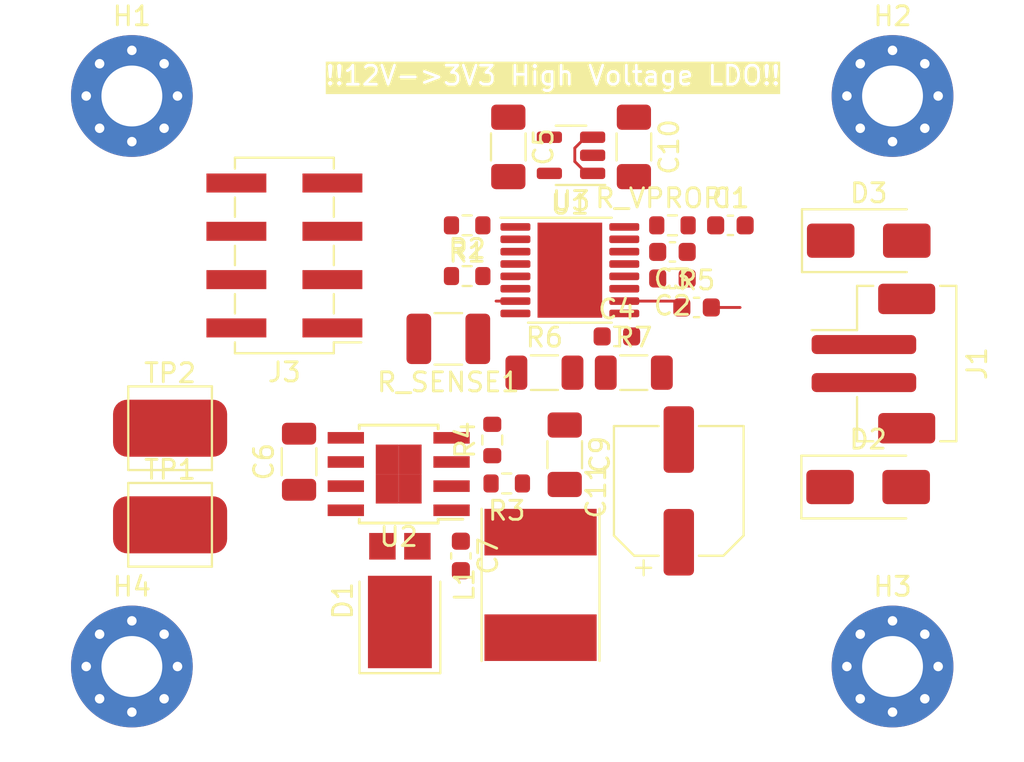
<source format=kicad_pcb>
(kicad_pcb (version 20221018) (generator pcbnew)
  (layers (0 "F.Cu" signal) (31 "B.Cu" signal) (34 "B.Paste" user) (35 "F.Paste" user) (36 "B.SilkS" user "B.Silkscreen") (37 "F.SilkS" user "F.Silkscreen") (38 "B.Mask" user) (39 "F.Mask" user) (44 "Edge.Cuts" user))
  (net 0 "")
  (net 1 "/VPROPI")
  (net 2 "GND")
  (net 3 "Net-(U1-CP1)")
  (net 4 "Net-(U1-CP2)")
  (net 5 "+12V")
  (net 6 "Net-(U1-VCP)")
  (net 7 "+24V")
  (net 8 "Net-(U2-BOOT)")
  (net 9 "Net-(D1-K)")
  (net 10 "+3V3")
  (net 11 "/MOTOR+")
  (net 12 "/MOTOR-")
  (net 17 "/PHASE_CTRL")
  (net 18 "/MOTOR_RUN")
  (net 19 "/NFAULT")
  (net 20 "Net-(U1-~{SLEEP})")
  (net 21 "/DCDC_VSENSE")
  (net 22 "Net-(U1-SENSE)")
  (net 23 "Net-(U1-VPROPI)")
  (net 27 "Net-(U1-OUT-)")
  (net 28 "Net-(U1-OUT+)")
  (net 29 "Net-(R6-Pad2)")
  (footprint "Connector_PinHeader_2.54mm:PinHeader_2x04_P2.54mm_Vertical_SMD" (layer "F.Cu") (at 213.020622 68.385798 180)
    (fp_text reference "J3" (at 0 -6.14) (layer "F.SilkS"))
    (fp_text value "Conn_02x04_Odd_Even")
    (fp_line (start -4.04 -4.57) (end -2.6 -4.57) (stroke (width 0.12)) (layer "F.SilkS"))
    (fp_line (start -2.6 -5.14) (end -2.6 -4.57) (stroke (width 0.12)) (layer "F.SilkS"))
    (fp_line (start -2.6 -5.14) (end 2.6 -5.14) (stroke (width 0.12)) (layer "F.SilkS"))
    (fp_line (start -2.6 -3.05) (end -2.6 -2.03) (stroke (width 0.12)) (layer "F.SilkS"))
    (fp_line (start -2.6 -0.51) (end -2.6 0.51) (stroke (width 0.12)) (layer "F.SilkS"))
    (fp_line (start -2.6 2.03) (end -2.6 3.05) (stroke (width 0.12)) (layer "F.SilkS"))
    (fp_line (start -2.6 4.57) (end -2.6 5.14) (stroke (width 0.12)) (layer "F.SilkS"))
    (fp_line (start -2.6 5.14) (end 2.6 5.14) (stroke (width 0.12)) (layer "F.SilkS"))
    (fp_line (start 2.6 -5.14) (end 2.6 -4.57) (stroke (width 0.12)) (layer "F.SilkS"))
    (fp_line (start 2.6 -3.05) (end 2.6 -2.03) (stroke (width 0.12)) (layer "F.SilkS"))
    (fp_line (start 2.6 -0.51) (end 2.6 0.51) (stroke (width 0.12)) (layer "F.SilkS"))
    (fp_line (start 2.6 2.03) (end 2.6 3.05) (stroke (width 0.12)) (layer "F.SilkS"))
    (fp_line (start 2.6 4.57) (end 2.6 5.14) (stroke (width 0.12)) (layer "F.SilkS"))
    (pad "1" smd rect (at -2.525 -3.81 180) (size 3.15 1) (layers "F.Cu" "F.Paste" "F.Mask") (net 18 "/MOTOR_RUN"))
    (pad "2" smd rect (at 2.525 -3.81 180) (size 3.15 1) (layers "F.Cu" "F.Paste" "F.Mask") (net 2 "GND"))
    (pad "3" smd rect (at -2.525 -1.27 180) (size 3.15 1) (layers "F.Cu" "F.Paste" "F.Mask") (net 1 "/VPROPI"))
    (pad "4" smd rect (at 2.525 -1.27 180) (size 3.15 1) (layers "F.Cu" "F.Paste" "F.Mask") (net 2 "GND"))
    (pad "5" smd rect (at -2.525 1.27 180) (size 3.15 1) (layers "F.Cu" "F.Paste" "F.Mask") (net 17 "/PHASE_CTRL"))
    (pad "6" smd rect (at 2.525 1.27 180) (size 3.15 1) (layers "F.Cu" "F.Paste" "F.Mask") (net 2 "GND"))
    (pad "7" smd rect (at -2.525 3.81 180) (size 3.15 1) (layers "F.Cu" "F.Paste" "F.Mask") (net 19 "/NFAULT"))
    (pad "8" smd rect (at 2.525 3.81 180) (size 3.15 1) (layers "F.Cu" "F.Paste" "F.Mask") (net 2 "GND"))
  )
  (footprint "Capacitor_SMD:C_1206_3216Metric" (layer "F.Cu") (at 231.394 74.549)
    (fp_text reference "R7" (at 0 -1.85) (layer "F.SilkS"))
    (fp_text value "0R 1A")
    (fp_line (start -0.711252 -0.91) (end 0.711252 -0.91) (stroke (width 0.12)) (layer "F.SilkS"))
    (fp_line (start -0.711252 0.91) (end 0.711252 0.91) (stroke (width 0.12)) (layer "F.SilkS"))
    (pad "1" smd roundrect (at -1.475 0) (size 1.15 1.8) (layers "F.Cu" "F.Paste" "F.Mask") (roundrect_rratio 0.217391) (net 29 "Net-(R6-Pad2)"))
    (pad "2" smd roundrect (at 1.475 0) (size 1.15 1.8) (layers "F.Cu" "F.Paste" "F.Mask") (roundrect_rratio 0.217391) (net 11 "/MOTOR+"))
  )
  (footprint "Connector_JST:JST_PH_B2B-PH-SM4-TB_1x02-1MP_P2.00mm_Vertical" (layer "F.Cu") (at 243.995 74.07 -90)
    (fp_text reference "J1" (at 0 -5.45 90) (layer "F.SilkS"))
    (fp_text value "Conn_01x02")
    (fp_line (start -4.085 -4.36) (end 4.085 -4.36) (stroke (width 0.12)) (layer "F.SilkS"))
    (fp_line (start -4.085 -3.51) (end -4.085 -4.36) (stroke (width 0.12)) (layer "F.SilkS"))
    (fp_line (start -4.085 0.01) (end -4.085 0.86) (stroke (width 0.12)) (layer "F.SilkS"))
    (fp_line (start -4.085 0.86) (end -1.76 0.86) (stroke (width 0.12)) (layer "F.SilkS"))
    (fp_line (start -1.76 0.86) (end -1.76 3.25) (stroke (width 0.12)) (layer "F.SilkS"))
    (fp_line (start 4.085 -4.36) (end 4.085 -3.51) (stroke (width 0.12)) (layer "F.SilkS"))
    (fp_line (start 4.085 0.01) (end 4.085 0.86) (stroke (width 0.12)) (layer "F.SilkS"))
    (fp_line (start 4.085 0.86) (end 1.76 0.86) (stroke (width 0.12)) (layer "F.SilkS"))
    (pad "1" smd roundrect (at -1 0.5 270) (size 1 5.5) (layers "F.Cu" "F.Paste" "F.Mask") (net 12 "/MOTOR-"))
    (pad "2" smd roundrect (at 1 0.5 270) (size 1 5.5) (layers "F.Cu" "F.Paste" "F.Mask") (net 11 "/MOTOR+"))
    (pad "MP" smd roundrect (at -3.4 -1.75 270) (size 1.6 3) (layers "F.Cu" "F.Paste" "F.Mask") (roundrect_rratio 0.15625) (net 2 "GND"))
    (pad "MP" smd roundrect (at 3.4 -1.75 270) (size 1.6 3) (layers "F.Cu" "F.Paste" "F.Mask") (roundrect_rratio 0.15625) (net 2 "GND"))
  )
  (footprint "Package_SO:TI_SO-PowerPAD-8" (layer "F.Cu") (at 219.030821 79.880702 180)
    (fp_text reference "U2" (at 0 -3.3) (layer "F.SilkS"))
    (fp_text value "TPS5430DDA")
    (fp_line (start -2.075 -2.575) (end -2.075 -2.375) (stroke (width 0.15)) (layer "F.SilkS"))
    (fp_line (start -2.075 -2.575) (end 2.075 -2.575) (stroke (width 0.15)) (layer "F.SilkS"))
    (fp_line (start -2.075 -2.375) (end -3.375 -2.375) (stroke (width 0.15)) (layer "F.SilkS"))
    (fp_line (start -2.075 2.575) (end -2.075 2.375) (stroke (width 0.15)) (layer "F.SilkS"))
    (fp_line (start -2.075 2.575) (end 2.075 2.575) (stroke (width 0.15)) (layer "F.SilkS"))
    (fp_line (start 2.075 -2.575) (end 2.075 -2.375) (stroke (width 0.15)) (layer "F.SilkS"))
    (fp_line (start 2.075 2.575) (end 2.075 2.375) (stroke (width 0.15)) (layer "F.SilkS"))
    (pad "1" smd rect (at -2.78 -1.905 180) (size 1.91 0.61) (layers "F.Cu" "F.Paste" "F.Mask") (net 8 "Net-(U2-BOOT)"))
    (pad "2" smd rect (at -2.78 -0.635 180) (size 1.91 0.61) (layers "F.Cu" "F.Paste" "F.Mask"))
    (pad "3" smd rect (at -2.78 0.635 180) (size 1.91 0.61) (layers "F.Cu" "F.Paste" "F.Mask"))
    (pad "4" smd rect (at -2.78 1.905 180) (size 1.91 0.61) (layers "F.Cu" "F.Paste" "F.Mask") (net 21 "/DCDC_VSENSE"))
    (pad "5" smd rect (at 2.78 1.905 180) (size 1.91 0.61) (layers "F.Cu" "F.Paste" "F.Mask"))
    (pad "6" smd rect (at 2.78 0.635 180) (size 1.91 0.61) (layers "F.Cu" "F.Paste" "F.Mask") (net 2 "GND"))
    (pad "7" smd rect (at 2.78 -0.635 180) (size 1.91 0.61) (layers "F.Cu" "F.Paste" "F.Mask") (net 7 "+24V"))
    (pad "8" smd rect (at 2.78 -1.905 180) (size 1.91 0.61) (layers "F.Cu" "F.Paste" "F.Mask") (net 9 "Net-(D1-K)"))
    (pad "9" smd rect (at -0.6025 -0.775 180) (size 1.205 1.55) (layers "F.Cu" "F.Paste" "F.Mask") (net 2 "GND"))
    (pad "9" smd rect (at -0.6025 0.775 180) (size 1.205 1.55) (layers "F.Cu" "F.Paste" "F.Mask") (net 2 "GND"))
    (pad "9" smd rect (at 0.6025 -0.775 180) (size 1.205 1.55) (layers "F.Cu" "F.Paste" "F.Mask") (net 2 "GND"))
    (pad "9" smd rect (at 0.6025 0.775 180) (size 1.205 1.55) (layers "F.Cu" "F.Paste" "F.Mask") (net 2 "GND"))
  )
  (footprint "Diode_SMD:D_PowerDI-5" (layer "F.Cu") (at 219.094321 86.539702 90)
    (fp_text reference "D1" (at 0 -3 90) (layer "F.SilkS"))
    (fp_text value "D_Schottky")
    (fp_line (start -3.81 2.125) (end -3.81 -2.125) (stroke (width 0.12)) (layer "F.SilkS"))
    (fp_line (start -3.81 2.125) (end 1 2.125) (stroke (width 0.12)) (layer "F.SilkS"))
    (fp_line (start 1 -2.125) (end -3.81 -2.125) (stroke (width 0.12)) (layer "F.SilkS"))
    (pad "1" smd rect (at -1.12 0 270) (size 4.86 3.36) (layers "F.Cu" "F.Paste" "F.Mask") (net 9 "Net-(D1-K)"))
    (pad "2" smd rect (at 2.862 -0.92 270) (size 1.4 1.39) (layers "F.Cu" "F.Paste" "F.Mask") (net 2 "GND"))
    (pad "2" smd rect (at 2.862 0.92 270) (size 1.4 1.39) (layers "F.Cu" "F.Paste" "F.Mask") (net 2 "GND"))
  )
  (footprint "Diode_SMD:D_SMA" (layer "F.Cu") (at 243.749 67.609)
    (fp_text reference "D3" (at 0 -2.5) (layer "F.SilkS"))
    (fp_text value "SS34")
    (fp_line (start -3.51 -1.65) (end -3.51 1.65) (stroke (width 0.12)) (layer "F.SilkS"))
    (fp_line (start -3.51 -1.65) (end 2 -1.65) (stroke (width 0.12)) (layer "F.SilkS"))
    (fp_line (start -3.51 1.65) (end 2 1.65) (stroke (width 0.12)) (layer "F.SilkS"))
    (pad "1" smd roundrect (at -2 0) (size 2.5 1.8) (layers "F.Cu" "F.Paste" "F.Mask") (roundrect_rratio 0.1388888889) (net 12 "/MOTOR-"))
    (pad "2" smd roundrect (at 2 0) (size 2.5 1.8) (layers "F.Cu" "F.Paste" "F.Mask") (roundrect_rratio 0.1388888889) (net 2 "GND"))
  )
  (footprint "MountingHole:MountingHole_3.2mm_M3_Pad_Via" (layer "F.Cu") (at 205 90)
    (fp_text reference "H4" (at 0 -4.2) (layer "F.SilkS"))
    (fp_text value "MountingHole_Pad")
    (pad "1" thru_hole circle (at -2.4 0) (size 0.8 0.8) (drill 0.5) (layers "*.Cu" "*.Mask"))
    (pad "1" thru_hole circle (at -1.697056 -1.697056) (size 0.8 0.8) (drill 0.5) (layers "*.Cu" "*.Mask"))
    (pad "1" thru_hole circle (at -1.697056 1.697056) (size 0.8 0.8) (drill 0.5) (layers "*.Cu" "*.Mask"))
    (pad "1" thru_hole circle (at 0 -2.4) (size 0.8 0.8) (drill 0.5) (layers "*.Cu" "*.Mask"))
    (pad "1" thru_hole circle (at 0 0) (size 6.4 6.4) (drill 3.2) (layers "*.Cu" "*.Mask"))
    (pad "1" thru_hole circle (at 0 2.4) (size 0.8 0.8) (drill 0.5) (layers "*.Cu" "*.Mask"))
    (pad "1" thru_hole circle (at 1.697056 -1.697056) (size 0.8 0.8) (drill 0.5) (layers "*.Cu" "*.Mask"))
    (pad "1" thru_hole circle (at 1.697056 1.697056) (size 0.8 0.8) (drill 0.5) (layers "*.Cu" "*.Mask"))
    (pad "1" thru_hole circle (at 2.4 0) (size 0.8 0.8) (drill 0.5) (layers "*.Cu" "*.Mask"))
  )
  (footprint "Resistor_SMD:R_0603_1608Metric" (layer "F.Cu") (at 222.631 69.469)
    (fp_text reference "R2" (at 0 -1.43) (layer "F.SilkS"))
    (fp_text value "0")
    (fp_line (start -0.237258 -0.5225) (end 0.237258 -0.5225) (stroke (width 0.12)) (layer "F.SilkS"))
    (fp_line (start -0.237258 0.5225) (end 0.237258 0.5225) (stroke (width 0.12)) (layer "F.SilkS"))
    (pad "1" smd roundrect (at -0.825 0) (size 0.8 0.95) (layers "F.Cu" "F.Paste" "F.Mask") (net 10 "+3V3"))
    (pad "2" smd roundrect (at 0.825 0) (size 0.8 0.95) (layers "F.Cu" "F.Paste" "F.Mask") (net 20 "Net-(U1-~{SLEEP})"))
  )
  (footprint "Package_TO_SOT_SMD:SOT-23-5" (layer "F.Cu") (at 228.092 63.119 180)
    (fp_text reference "U3" (at 0 -2.4) (layer "F.SilkS"))
    (fp_text value "ME6211C33M5")
    (fp_line (start 0 -1.56) (end -1.8 -1.56) (stroke (width 0.12)) (layer "F.SilkS"))
    (fp_line (start 0 -1.56) (end 0.8 -1.56) (stroke (width 0.12)) (layer "F.SilkS"))
    (fp_line (start 0 1.56) (end -0.8 1.56) (stroke (width 0.12)) (layer "F.SilkS"))
    (fp_line (start 0 1.56) (end 0.8 1.56) (stroke (width 0.12)) (layer "F.SilkS"))
    (pad "1" smd roundrect (at -1.1375 -0.95 180) (size 1.325 0.6) (layers "F.Cu" "F.Paste" "F.Mask") (net 5 "+12V"))
    (pad "2" smd roundrect (at -1.1375 0 180) (size 1.325 0.6) (layers "F.Cu" "F.Paste" "F.Mask") (net 2 "GND"))
    (pad "3" smd roundrect (at -1.1375 0.95 180) (size 1.325 0.6) (layers "F.Cu" "F.Paste" "F.Mask") (net 5 "+12V"))
    (pad "4" smd roundrect (at 1.1375 0.95 180) (size 1.325 0.6) (layers "F.Cu" "F.Paste" "F.Mask"))
    (pad "5" smd roundrect (at 1.1375 -0.95 180) (size 1.325 0.6) (layers "F.Cu" "F.Paste" "F.Mask") (net 10 "+3V3"))
  )
  (footprint "Capacitor_SMD:C_1206_3216Metric_Pad1.33x1.80mm_HandSolder" (layer "F.Cu") (at 231.3995 62.677 -90)
    (fp_text reference "C10" (at 0 -1.85 90) (layer "F.SilkS"))
    (fp_text value "2.2uF")
    (fp_line (start -0.711252 -0.91) (end 0.711252 -0.91) (stroke (width 0.12)) (layer "F.SilkS"))
    (fp_line (start -0.711252 0.91) (end 0.711252 0.91) (stroke (width 0.12)) (layer "F.SilkS"))
    (pad "1" smd roundrect (at -1.5625 0 270) (size 1.325 1.8) (layers "F.Cu" "F.Paste" "F.Mask") (roundrect_rratio 0.188679) (net 2 "GND"))
    (pad "2" smd roundrect (at 1.5625 0 270) (size 1.325 1.8) (layers "F.Cu" "F.Paste" "F.Mask") (roundrect_rratio 0.188679) (net 5 "+12V"))
  )
  (footprint "Resistor_SMD:R_0603_1608Metric" (layer "F.Cu") (at 222.631 66.802 180)
    (fp_text reference "R1" (at 0 -1.43) (layer "F.SilkS"))
    (fp_text value "4.7K")
    (fp_line (start -0.237258 -0.5225) (end 0.237258 -0.5225) (stroke (width 0.12)) (layer "F.SilkS"))
    (fp_line (start -0.237258 0.5225) (end 0.237258 0.5225) (stroke (width 0.12)) (layer "F.SilkS"))
    (pad "1" smd roundrect (at -0.825 0 180) (size 0.8 0.95) (layers "F.Cu" "F.Paste" "F.Mask") (net 19 "/NFAULT"))
    (pad "2" smd roundrect (at 0.825 0 180) (size 0.8 0.95) (layers "F.Cu" "F.Paste" "F.Mask") (net 10 "+3V3"))
  )
  (footprint "TestPoint:TestPoint_Pad_4.0x4.0mm" (layer "F.Cu") (at 207.01 82.55)
    (fp_text reference "TP1" (at 0 -2.898) (layer "F.SilkS"))
    (fp_text value "PWR_IN+")
    (fp_line (start -2.2 -2.2) (end 2.2 -2.2) (stroke (width 0.12)) (layer "F.SilkS"))
    (fp_line (start -2.2 2.2) (end -2.2 -2.2) (stroke (width 0.12)) (layer "F.SilkS"))
    (fp_line (start 2.2 -2.2) (end 2.2 2.2) (stroke (width 0.12)) (layer "F.SilkS"))
    (fp_line (start 2.2 2.2) (end -2.2 2.2) (stroke (width 0.12)) (layer "F.SilkS"))
    (pad "1" smd roundrect (at 0 0) (size 6 3) (layers "F.Cu" "F.Mask") (net 7 "+24V"))
  )
  (footprint "Resistor_SMD:R_1210_3225Metric_Pad1.30x2.65mm_HandSolder" (layer "F.Cu") (at 221.641 72.771 180)
    (fp_text reference "R_SENSE1" (at 0 -2.28) (layer "F.SilkS"))
    (fp_text value "500mR")
    (fp_line (start -0.723737 -1.355) (end 0.723737 -1.355) (stroke (width 0.12)) (layer "F.SilkS"))
    (fp_line (start -0.723737 1.355) (end 0.723737 1.355) (stroke (width 0.12)) (layer "F.SilkS"))
    (pad "1" smd roundrect (at -1.55 0 180) (size 1.3 2.65) (layers "F.Cu" "F.Paste" "F.Mask") (roundrect_rratio 0.192308) (net 22 "Net-(U1-SENSE)"))
    (pad "2" smd roundrect (at 1.55 0 180) (size 1.3 2.65) (layers "F.Cu" "F.Paste" "F.Mask") (roundrect_rratio 0.192308) (net 2 "GND"))
  )
  (footprint "Capacitor_SMD:C_1206_3216Metric_Pad1.33x1.80mm_HandSolder" (layer "F.Cu") (at 227.761321 78.864702 -90)
    (fp_text reference "C9" (at 0 -1.85 90) (layer "F.SilkS"))
    (fp_text value "2.2uF")
    (fp_line (start -0.711252 -0.91) (end 0.711252 -0.91) (stroke (width 0.12)) (layer "F.SilkS"))
    (fp_line (start -0.711252 0.91) (end 0.711252 0.91) (stroke (width 0.12)) (layer "F.SilkS"))
    (pad "1" smd roundrect (at -1.5625 0 270) (size 1.325 1.8) (layers "F.Cu" "F.Paste" "F.Mask") (roundrect_rratio 0.188679) (net 2 "GND"))
    (pad "2" smd roundrect (at 1.5625 0 270) (size 1.325 1.8) (layers "F.Cu" "F.Paste" "F.Mask") (roundrect_rratio 0.188679) (net 5 "+12V"))
  )
  (footprint "Resistor_SMD:R_0603_1608Metric" (layer "F.Cu") (at 223.951321 78.089702 90)
    (fp_text reference "R4" (at 0 -1.43 90) (layer "F.SilkS"))
    (fp_text value "1.13K")
    (fp_line (start -0.237258 -0.5225) (end 0.237258 -0.5225) (stroke (width 0.12)) (layer "F.SilkS"))
    (fp_line (start -0.237258 0.5225) (end 0.237258 0.5225) (stroke (width 0.12)) (layer "F.SilkS"))
    (pad "1" smd roundrect (at -0.825 0 90) (size 0.8 0.95) (layers "F.Cu" "F.Paste" "F.Mask") (net 21 "/DCDC_VSENSE"))
    (pad "2" smd roundrect (at 0.825 0 90) (size 0.8 0.95) (layers "F.Cu" "F.Paste" "F.Mask") (net 2 "GND"))
  )
  (footprint "Inductor_SMD:L_Taiyo-Yuden_NR-60xx_HandSoldering" (layer "F.Cu") (at 226.491321 85.709702 90)
    (fp_text reference "L1" (at 0 -4 90) (layer "F.SilkS"))
    (fp_text value "33uH")
    (fp_line (start -4 -3.1) (end 4 -3.1) (stroke (width 0.12)) (layer "F.SilkS"))
    (fp_line (start -4 3.1) (end 4 3.1) (stroke (width 0.12)) (layer "F.SilkS"))
    (pad "1" smd rect (at -2.775 0 90) (size 2.45 5.9) (layers "F.Cu" "F.Paste" "F.Mask") (net 9 "Net-(D1-K)"))
    (pad "2" smd rect (at 2.775 0 90) (size 2.45 5.9) (layers "F.Cu" "F.Paste" "F.Mask") (net 5 "+12V"))
  )
  (footprint "MountingHole:MountingHole_3.2mm_M3_Pad_Via" (layer "F.Cu") (at 245 90)
    (fp_text reference "H3" (at 0 -4.2) (layer "F.SilkS"))
    (fp_text value "MountingHole_Pad")
    (pad "1" thru_hole circle (at -2.4 0) (size 0.8 0.8) (drill 0.5) (layers "*.Cu" "*.Mask"))
    (pad "1" thru_hole circle (at -1.697056 -1.697056) (size 0.8 0.8) (drill 0.5) (layers "*.Cu" "*.Mask"))
    (pad "1" thru_hole circle (at -1.697056 1.697056) (size 0.8 0.8) (drill 0.5) (layers "*.Cu" "*.Mask"))
    (pad "1" thru_hole circle (at 0 -2.4) (size 0.8 0.8) (drill 0.5) (layers "*.Cu" "*.Mask"))
    (pad "1" thru_hole circle (at 0 0) (size 6.4 6.4) (drill 3.2) (layers "*.Cu" "*.Mask"))
    (pad "1" thru_hole circle (at 0 2.4) (size 0.8 0.8) (drill 0.5) (layers "*.Cu" "*.Mask"))
    (pad "1" thru_hole circle (at 1.697056 -1.697056) (size 0.8 0.8) (drill 0.5) (layers "*.Cu" "*.Mask"))
    (pad "1" thru_hole circle (at 1.697056 1.697056) (size 0.8 0.8) (drill 0.5) (layers "*.Cu" "*.Mask"))
    (pad "1" thru_hole circle (at 2.4 0) (size 0.8 0.8) (drill 0.5) (layers "*.Cu" "*.Mask"))
  )
  (footprint "Capacitor_SMD:C_1206_3216Metric" (layer "F.Cu") (at 226.695 74.549)
    (fp_text reference "R6" (at 0 -1.85) (layer "F.SilkS"))
    (fp_text value "0R 1A")
    (fp_line (start -0.711252 -0.91) (end 0.711252 -0.91) (stroke (width 0.12)) (layer "F.SilkS"))
    (fp_line (start -0.711252 0.91) (end 0.711252 0.91) (stroke (width 0.12)) (layer "F.SilkS"))
    (pad "1" smd roundrect (at -1.475 0) (size 1.15 1.8) (layers "F.Cu" "F.Paste" "F.Mask") (roundrect_rratio 0.217391) (net 28 "Net-(U1-OUT+)"))
    (pad "2" smd roundrect (at 1.475 0) (size 1.15 1.8) (layers "F.Cu" "F.Paste" "F.Mask") (roundrect_rratio 0.217391) (net 29 "Net-(R6-Pad2)"))
  )
  (footprint "Capacitor_SMD:C_0603_1608Metric" (layer "F.Cu") (at 230.505 72.644)
    (fp_text reference "C4" (at 0 -1.43) (layer "F.SilkS"))
    (fp_text value "100nF 50V")
    (fp_line (start -0.14058 -0.51) (end 0.14058 -0.51) (stroke (width 0.12)) (layer "F.SilkS"))
    (fp_line (start -0.14058 0.51) (end 0.14058 0.51) (stroke (width 0.12)) (layer "F.SilkS"))
    (pad "1" smd roundrect (at -0.775 0) (size 0.9 0.95) (layers "F.Cu" "F.Paste" "F.Mask") (net 2 "GND"))
    (pad "2" smd roundrect (at 0.775 0) (size 0.9 0.95) (layers "F.Cu" "F.Paste" "F.Mask") (net 5 "+12V"))
  )
  (footprint "MountingHole:MountingHole_3.2mm_M3_Pad_Via" (layer "F.Cu") (at 205 60)
    (fp_text reference "H1" (at 0 -4.2) (layer "F.SilkS"))
    (fp_text value "MountingHole_Pad")
    (pad "1" thru_hole circle (at -2.4 0) (size 0.8 0.8) (drill 0.5) (layers "*.Cu" "*.Mask"))
    (pad "1" thru_hole circle (at -1.697056 -1.697056) (size 0.8 0.8) (drill 0.5) (layers "*.Cu" "*.Mask"))
    (pad "1" thru_hole circle (at -1.697056 1.697056) (size 0.8 0.8) (drill 0.5) (layers "*.Cu" "*.Mask"))
    (pad "1" thru_hole circle (at 0 -2.4) (size 0.8 0.8) (drill 0.5) (layers "*.Cu" "*.Mask"))
    (pad "1" thru_hole circle (at 0 0) (size 6.4 6.4) (drill 3.2) (layers "*.Cu" "*.Mask"))
    (pad "1" thru_hole circle (at 0 2.4) (size 0.8 0.8) (drill 0.5) (layers "*.Cu" "*.Mask"))
    (pad "1" thru_hole circle (at 1.697056 -1.697056) (size 0.8 0.8) (drill 0.5) (layers "*.Cu" "*.Mask"))
    (pad "1" thru_hole circle (at 1.697056 1.697056) (size 0.8 0.8) (drill 0.5) (layers "*.Cu" "*.Mask"))
    (pad "1" thru_hole circle (at 2.4 0) (size 0.8 0.8) (drill 0.5) (layers "*.Cu" "*.Mask"))
  )
  (footprint "Diode_SMD:D_SMA" (layer "F.Cu") (at 243.717 80.563)
    (fp_text reference "D2" (at 0 -2.5) (layer "F.SilkS"))
    (fp_text value "SS34")
    (fp_line (start -3.51 -1.65) (end -3.51 1.65) (stroke (width 0.12)) (layer "F.SilkS"))
    (fp_line (start -3.51 -1.65) (end 2 -1.65) (stroke (width 0.12)) (layer "F.SilkS"))
    (fp_line (start -3.51 1.65) (end 2 1.65) (stroke (width 0.12)) (layer "F.SilkS"))
    (pad "1" smd roundrect (at -2 0) (size 2.5 1.8) (layers "F.Cu" "F.Paste" "F.Mask") (roundrect_rratio 0.1388888889) (net 11 "/MOTOR+"))
    (pad "2" smd roundrect (at 2 0) (size 2.5 1.8) (layers "F.Cu" "F.Paste" "F.Mask") (roundrect_rratio 0.1388888889) (net 2 "GND"))
  )
  (footprint "Capacitor_SMD:C_1206_3216Metric_Pad1.33x1.80mm_HandSolder" (layer "F.Cu") (at 224.7955 62.677 -90)
    (fp_text reference "C5" (at 0 -1.85 90) (layer "F.SilkS"))
    (fp_text value "2.2uF")
    (fp_line (start -0.711252 -0.91) (end 0.711252 -0.91) (stroke (width 0.12)) (layer "F.SilkS"))
    (fp_line (start -0.711252 0.91) (end 0.711252 0.91) (stroke (width 0.12)) (layer "F.SilkS"))
    (pad "1" smd roundrect (at -1.5625 0 270) (size 1.325 1.8) (layers "F.Cu" "F.Paste" "F.Mask") (roundrect_rratio 0.188679) (net 2 "GND"))
    (pad "2" smd roundrect (at 1.5625 0 270) (size 1.325 1.8) (layers "F.Cu" "F.Paste" "F.Mask") (roundrect_rratio 0.188679) (net 10 "+3V3"))
  )
  (footprint "MountingHole:MountingHole_3.2mm_M3_Pad_Via" (layer "F.Cu") (at 245 60)
    (fp_text reference "H2" (at 0 -4.2) (layer "F.SilkS"))
    (fp_text value "MountingHole_Pad")
    (pad "1" thru_hole circle (at -2.4 0) (size 0.8 0.8) (drill 0.5) (layers "*.Cu" "*.Mask"))
    (pad "1" thru_hole circle (at -1.697056 -1.697056) (size 0.8 0.8) (drill 0.5) (layers "*.Cu" "*.Mask"))
    (pad "1" thru_hole circle (at -1.697056 1.697056) (size 0.8 0.8) (drill 0.5) (layers "*.Cu" "*.Mask"))
    (pad "1" thru_hole circle (at 0 -2.4) (size 0.8 0.8) (drill 0.5) (layers "*.Cu" "*.Mask"))
    (pad "1" thru_hole circle (at 0 0) (size 6.4 6.4) (drill 3.2) (layers "*.Cu" "*.Mask"))
    (pad "1" thru_hole circle (at 0 2.4) (size 0.8 0.8) (drill 0.5) (layers "*.Cu" "*.Mask"))
    (pad "1" thru_hole circle (at 1.697056 -1.697056) (size 0.8 0.8) (drill 0.5) (layers "*.Cu" "*.Mask"))
    (pad "1" thru_hole circle (at 1.697056 1.697056) (size 0.8 0.8) (drill 0.5) (layers "*.Cu" "*.Mask"))
    (pad "1" thru_hole circle (at 2.4 0) (size 0.8 0.8) (drill 0.5) (layers "*.Cu" "*.Mask"))
  )
  (footprint "Capacitor_SMD:CP_Elec_6.3x7.7" (layer "F.Cu") (at 233.759968 80.766208 90)
    (fp_text reference "C11" (at 0 -4.35 90) (layer "F.SilkS"))
    (fp_text value "100uF 25V")
    (fp_line (start -4.4375 -1.8475) (end -3.65 -1.8475) (stroke (width 0.12)) (layer "F.SilkS"))
    (fp_line (start -4.04375 -2.24125) (end -4.04375 -1.45375) (stroke (width 0.12)) (layer "F.SilkS"))
    (fp_line (start -3.41 -2.345563) (end -3.41 -1.06) (stroke (width 0.12)) (layer "F.SilkS"))
    (fp_line (start -3.41 -2.345563) (end -2.345563 -3.41) (stroke (width 0.12)) (layer "F.SilkS"))
    (fp_line (start -3.41 2.345563) (end -3.41 1.06) (stroke (width 0.12)) (layer "F.SilkS"))
    (fp_line (start -3.41 2.345563) (end -2.345563 3.41) (stroke (width 0.12)) (layer "F.SilkS"))
    (fp_line (start -2.345563 -3.41) (end 3.41 -3.41) (stroke (width 0.12)) (layer "F.SilkS"))
    (fp_line (start -2.345563 3.41) (end 3.41 3.41) (stroke (width 0.12)) (layer "F.SilkS"))
    (fp_line (start 3.41 -3.41) (end 3.41 -1.06) (stroke (width 0.12)) (layer "F.SilkS"))
    (fp_line (start 3.41 3.41) (end 3.41 1.06) (stroke (width 0.12)) (layer "F.SilkS"))
    (pad "1" smd roundrect (at -2.7 0 90) (size 3.5 1.6) (layers "F.Cu" "F.Paste" "F.Mask") (roundrect_rratio 0.15625) (net 5 "+12V"))
    (pad "2" smd roundrect (at 2.7 0 90) (size 3.5 1.6) (layers "F.Cu" "F.Paste" "F.Mask") (roundrect_rratio 0.15625) (net 2 "GND"))
  )
  (footprint "Capacitor_SMD:C_0603_1608Metric" (layer "F.Cu") (at 233.426 68.199 180)
    (fp_text reference "C3" (at 0 -1.43) (layer "F.SilkS"))
    (fp_text value "100nF 50V")
    (fp_line (start -0.14058 -0.51) (end 0.14058 -0.51) (stroke (width 0.12)) (layer "F.SilkS"))
    (fp_line (start -0.14058 0.51) (end 0.14058 0.51) (stroke (width 0.12)) (layer "F.SilkS"))
    (pad "1" smd roundrect (at -0.775 0 180) (size 0.9 0.95) (layers "F.Cu" "F.Paste" "F.Mask") (net 5 "+12V"))
    (pad "2" smd roundrect (at 0.775 0 180) (size 0.9 0.95) (layers "F.Cu" "F.Paste" "F.Mask") (net 6 "Net-(U1-VCP)"))
  )
  (footprint "Package_SO:HTSSOP-16-1EP_4.4x5mm_P0.65mm_EP3.4x5mm_Mask2.46x2.31mm" (layer "F.Cu") (at 228.032 69.16)
    (fp_text reference "U1" (at 0 -3.45) (layer "F.SilkS"))
    (fp_text value "DRV8801PWP")
    (fp_line (start 0 -2.76) (end -3.65 -2.76) (stroke (width 0.12)) (layer "F.SilkS"))
    (fp_line (start 0 -2.76) (end 2.2 -2.76) (stroke (width 0.12)) (layer "F.SilkS"))
    (fp_line (start 0 2.76) (end -2.2 2.76) (stroke (width 0.12)) (layer "F.SilkS"))
    (fp_line (start 0 2.76) (end 2.2 2.76) (stroke (width 0.12)) (layer "F.SilkS"))
    (pad "1" smd roundrect (at -2.8625 -2.275) (size 1.575 0.4) (layers "F.Cu" "F.Paste" "F.Mask") (net 19 "/NFAULT"))
    (pad "2" smd roundrect (at -2.8625 -1.625) (size 1.575 0.4) (layers "F.Cu" "F.Paste" "F.Mask") (net 10 "+3V3"))
    (pad "3" smd roundrect (at -2.8625 -0.975) (size 1.575 0.4) (layers "F.Cu" "F.Paste" "F.Mask") (net 17 "/PHASE_CTRL"))
    (pad "4" smd roundrect (at -2.8625 -0.325) (size 1.575 0.4) (layers "F.Cu" "F.Paste" "F.Mask") (net 2 "GND"))
    (pad "5" smd roundrect (at -2.8625 0.325) (size 1.575 0.4) (layers "F.Cu" "F.Paste" "F.Mask") (net 20 "Net-(U1-~{SLEEP})"))
    (pad "6" smd roundrect (at -2.8625 0.975) (size 1.575 0.4) (layers "F.Cu" "F.Paste" "F.Mask") (net 18 "/MOTOR_RUN"))
    (pad "7" smd roundrect (at -2.8625 1.625) (size 1.575 0.4) (layers "F.Cu" "F.Paste" "F.Mask") (net 28 "Net-(U1-OUT+)"))
    (pad "8" smd roundrect (at -2.8625 2.275) (size 1.575 0.4) (layers "F.Cu" "F.Paste" "F.Mask") (net 22 "Net-(U1-SENSE)"))
    (pad "9" smd roundrect (at 2.8625 2.275) (size 1.575 0.4) (layers "F.Cu" "F.Paste" "F.Mask") (net 5 "+12V"))
    (pad "10" smd roundrect (at 2.8625 1.625) (size 1.575 0.4) (layers "F.Cu" "F.Paste" "F.Mask") (net 27 "Net-(U1-OUT-)"))
    (pad "11" smd roundrect (at 2.8625 0.975) (size 1.575 0.4) (layers "F.Cu" "F.Paste" "F.Mask") (net 3 "Net-(U1-CP1)"))
    (pad "12" smd roundrect (at 2.8625 0.325) (size 1.575 0.4) (layers "F.Cu" "F.Paste" "F.Mask") (net 4 "Net-(U1-CP2)"))
    (pad "13" smd roundrect (at 2.8625 -0.325) (size 1.575 0.4) (layers "F.Cu" "F.Paste" "F.Mask") (net 2 "GND"))
    (pad "14" smd roundrect (at 2.8625 -0.975) (size 1.575 0.4) (layers "F.Cu" "F.Paste" "F.Mask") (net 6 "Net-(U1-VCP)"))
    (pad "15" smd roundrect (at 2.8625 -1.625) (size 1.575 0.4) (layers "F.Cu" "F.Paste" "F.Mask") (net 23 "Net-(U1-VPROPI)"))
    (pad "16" smd roundrect (at 2.8625 -2.275) (size 1.575 0.4) (layers "F.Cu" "F.Paste" "F.Mask") (net 2 "GND"))
    (pad "17" smd rect (at 0 0) (size 3.4 5) (layers "F.Cu") (net 2 "GND"))
  )
  (footprint "Resistor_SMD:R_0603_1608Metric" (layer "F.Cu") (at 224.713321 80.375702 180)
    (fp_text reference "R3" (at 0 -1.43) (layer "F.SilkS"))
    (fp_text value "10K")
    (fp_line (start -0.237258 -0.5225) (end 0.237258 -0.5225) (stroke (width 0.12)) (layer "F.SilkS"))
    (fp_line (start -0.237258 0.5225) (end 0.237258 0.5225) (stroke (width 0.12)) (layer "F.SilkS"))
    (pad "1" smd roundrect (at -0.825 0 180) (size 0.8 0.95) (layers "F.Cu" "F.Paste" "F.Mask") (net 5 "+12V"))
    (pad "2" smd roundrect (at 0.825 0 180) (size 0.8 0.95) (layers "F.Cu" "F.Paste" "F.Mask") (net 21 "/DCDC_VSENSE"))
  )
  (footprint "Capacitor_SMD:C_0603_1608Metric" (layer "F.Cu") (at 234.696 71.12)
    (fp_text reference "R5" (at 0 -1.43) (layer "F.SilkS"))
    (fp_text value "0R 1A")
    (fp_line (start -0.14058 -0.51) (end 0.14058 -0.51) (stroke (width 0.12)) (layer "F.SilkS"))
    (fp_line (start -0.14058 0.51) (end 0.14058 0.51) (stroke (width 0.12)) (layer "F.SilkS"))
    (pad "1" smd roundrect (at -0.775 0) (size 0.9 0.95) (layers "F.Cu" "F.Paste" "F.Mask") (net 27 "Net-(U1-OUT-)"))
    (pad "2" smd roundrect (at 0.775 0) (size 0.9 0.95) (layers "F.Cu" "F.Paste" "F.Mask") (net 12 "/MOTOR-"))
  )
  (footprint "TestPoint:TestPoint_Pad_4.0x4.0mm" (layer "F.Cu") (at 207.01 77.47)
    (fp_text reference "TP2" (at 0 -2.898) (layer "F.SilkS"))
    (fp_text value "PWR_IN-")
    (fp_line (start -2.2 -2.2) (end 2.2 -2.2) (stroke (width 0.12)) (layer "F.SilkS"))
    (fp_line (start -2.2 2.2) (end -2.2 -2.2) (stroke (width 0.12)) (layer "F.SilkS"))
    (fp_line (start 2.2 -2.2) (end 2.2 2.2) (stroke (width 0.12)) (layer "F.SilkS"))
    (fp_line (start 2.2 2.2) (end -2.2 2.2) (stroke (width 0.12)) (layer "F.SilkS"))
    (pad "1" smd roundrect (at 0 0) (size 6 3) (layers "F.Cu" "F.Mask") (net 2 "GND"))
  )
  (footprint "Capacitor_SMD:C_0603_1608Metric" (layer "F.Cu") (at 233.426 69.596 180)
    (fp_text reference "C2" (at 0 -1.43) (layer "F.SilkS"))
    (fp_text value "100nF 50V")
    (fp_line (start -0.14058 -0.51) (end 0.14058 -0.51) (stroke (width 0.12)) (layer "F.SilkS"))
    (fp_line (start -0.14058 0.51) (end 0.14058 0.51) (stroke (width 0.12)) (layer "F.SilkS"))
    (pad "1" smd roundrect (at -0.775 0 180) (size 0.9 0.95) (layers "F.Cu" "F.Paste" "F.Mask") (net 3 "Net-(U1-CP1)"))
    (pad "2" smd roundrect (at 0.775 0 180) (size 0.9 0.95) (layers "F.Cu" "F.Paste" "F.Mask") (net 4 "Net-(U1-CP2)"))
  )
  (footprint "Capacitor_SMD:C_0603_1608Metric" (layer "F.Cu") (at 222.300321 84.185702 -90)
    (fp_text reference "C7" (at 0 -1.43 90) (layer "F.SilkS"))
    (fp_text value "10nF")
    (fp_line (start -0.14058 -0.51) (end 0.14058 -0.51) (stroke (width 0.12)) (layer "F.SilkS"))
    (fp_line (start -0.14058 0.51) (end 0.14058 0.51) (stroke (width 0.12)) (layer "F.SilkS"))
    (pad "1" smd roundrect (at -0.775 0 270) (size 0.9 0.95) (layers "F.Cu" "F.Paste" "F.Mask") (net 8 "Net-(U2-BOOT)"))
    (pad "2" smd roundrect (at 0.775 0 270) (size 0.9 0.95) (layers "F.Cu" "F.Paste" "F.Mask") (net 9 "Net-(D1-K)"))
  )
  (footprint "Resistor_SMD:R_0603_1608Metric" (layer "F.Cu") (at 233.426 66.802)
    (fp_text reference "R_VPROPI1" (at 0 -1.43) (layer "F.SilkS"))
    (fp_text value "100K")
    (fp_line (start -0.237258 -0.5225) (end 0.237258 -0.5225) (stroke (width 0.12)) (layer "F.SilkS"))
    (fp_line (start -0.237258 0.5225) (end 0.237258 0.5225) (stroke (width 0.12)) (layer "F.SilkS"))
    (pad "1" smd roundrect (at -0.825 0) (size 0.8 0.95) (layers "F.Cu" "F.Paste" "F.Mask") (net 23 "Net-(U1-VPROPI)"))
    (pad "2" smd roundrect (at 0.825 0) (size 0.8 0.95) (layers "F.Cu" "F.Paste" "F.Mask") (net 1 "/VPROPI"))
  )
  (footprint "Capacitor_SMD:C_0603_1608Metric" (layer "F.Cu") (at 236.474 66.802)
    (fp_text reference "C1" (at 0 -1.43) (layer "F.SilkS"))
    (fp_text value "1nF")
    (fp_line (start -0.14058 -0.51) (end 0.14058 -0.51) (stroke (width 0.12)) (layer "F.SilkS"))
    (fp_line (start -0.14058 0.51) (end 0.14058 0.51) (stroke (width 0.12)) (layer "F.SilkS"))
    (pad "1" smd roundrect (at -0.775 0) (size 0.9 0.95) (layers "F.Cu" "F.Paste" "F.Mask") (net 1 "/VPROPI"))
    (pad "2" smd roundrect (at 0.775 0) (size 0.9 0.95) (layers "F.Cu" "F.Paste" "F.Mask") (net 2 "GND"))
  )
  (footprint "Capacitor_SMD:C_1206_3216Metric" (layer "F.Cu") (at 213.791321 79.232702 90)
    (fp_text reference "C6" (at 0 -1.85 90) (layer "F.SilkS"))
    (fp_text value "22uF")
    (fp_line (start -0.711252 -0.91) (end 0.711252 -0.91) (stroke (width 0.12)) (layer "F.SilkS"))
    (fp_line (start -0.711252 0.91) (end 0.711252 0.91) (stroke (width 0.12)) (layer "F.SilkS"))
    (pad "1" smd roundrect (at -1.475 0 90) (size 1.15 1.8) (layers "F.Cu" "F.Paste" "F.Mask") (roundrect_rratio 0.217391) (net 7 "+24V"))
    (pad "2" smd roundrect (at 1.475 0 90) (size 1.15 1.8) (layers "F.Cu" "F.Paste" "F.Mask") (roundrect_rratio 0.217391) (net 2 "GND"))
  )
  (gr_text "!!12V->3V3 High Voltage LDO!!" (at 215.092823 59.510057) (layer "F.SilkS" knockout) (effects (font (size 1 1)) (justify left bottom)))
  (segment (start 226.441 70.751) (end 228.032 69.16) (width 0.15) (layer "F.Cu") (net 2))
  (segment (start 228.292 62.7365) (end 228.8595 62.169) (width 0.15) (layer "F.Cu") (net 5))
  (segment (start 228.292 63.445041) (end 228.292 62.7365) (width 0.15) (layer "F.Cu") (net 5))
  (segment (start 228.915959 64.069) (end 228.292 63.445041) (width 0.15) (layer "F.Cu") (net 5))
  (segment (start 228.8595 62.169) (end 229.2295 62.169) (width 0.15) (layer "F.Cu") (net 5))
  (segment (start 229.2295 64.069) (end 228.915959 64.069) (width 0.15) (layer "F.Cu") (net 5))
  (segment (start 235.471 71.12) (end 236.982 71.12) (width 0.15) (layer "F.Cu") (net 12))
  (segment (start 230.8945 70.785) (end 233.586 70.785) (width 0.15) (layer "F.Cu") (net 27))
  (segment (start 233.586 70.785) (end 233.921 71.12) (width 0.15) (layer "F.Cu") (net 27))
  (segment (start 225.1695 70.785) (end 224.15167 70.785) (width 0.15) (layer "F.Cu") (net 28))
)
</source>
